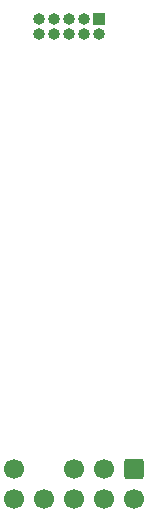
<source format=gbr>
G04 #@! TF.GenerationSoftware,KiCad,Pcbnew,(6.0.0-0)*
G04 #@! TF.CreationDate,2022-01-14T23:12:18+01:00*
G04 #@! TF.ProjectId,JTAG-MINI-ADAPTER,4a544147-2d4d-4494-9e49-2d4144415054,rev?*
G04 #@! TF.SameCoordinates,Original*
G04 #@! TF.FileFunction,Soldermask,Bot*
G04 #@! TF.FilePolarity,Negative*
%FSLAX46Y46*%
G04 Gerber Fmt 4.6, Leading zero omitted, Abs format (unit mm)*
G04 Created by KiCad (PCBNEW (6.0.0-0)) date 2022-01-14 23:12:18*
%MOMM*%
%LPD*%
G01*
G04 APERTURE LIST*
G04 Aperture macros list*
%AMRoundRect*
0 Rectangle with rounded corners*
0 $1 Rounding radius*
0 $2 $3 $4 $5 $6 $7 $8 $9 X,Y pos of 4 corners*
0 Add a 4 corners polygon primitive as box body*
4,1,4,$2,$3,$4,$5,$6,$7,$8,$9,$2,$3,0*
0 Add four circle primitives for the rounded corners*
1,1,$1+$1,$2,$3*
1,1,$1+$1,$4,$5*
1,1,$1+$1,$6,$7*
1,1,$1+$1,$8,$9*
0 Add four rect primitives between the rounded corners*
20,1,$1+$1,$2,$3,$4,$5,0*
20,1,$1+$1,$4,$5,$6,$7,0*
20,1,$1+$1,$6,$7,$8,$9,0*
20,1,$1+$1,$8,$9,$2,$3,0*%
G04 Aperture macros list end*
%ADD10RoundRect,0.250000X-0.600000X0.600000X-0.600000X-0.600000X0.600000X-0.600000X0.600000X0.600000X0*%
%ADD11C,1.700000*%
%ADD12R,1.000000X1.000000*%
%ADD13O,1.000000X1.000000*%
G04 APERTURE END LIST*
D10*
G04 #@! TO.C,J12*
X109500000Y-136830000D03*
D11*
X109500000Y-139370000D03*
X106960000Y-136830000D03*
X106960000Y-139370000D03*
X104420000Y-136830000D03*
X104420000Y-139370000D03*
X101880000Y-139370000D03*
X99340000Y-136830000D03*
X99340000Y-139370000D03*
G04 #@! TD*
D12*
G04 #@! TO.C,J1*
X106580000Y-98730000D03*
D13*
X106580000Y-100000000D03*
X105310000Y-98730000D03*
X105310000Y-100000000D03*
X104040000Y-98730000D03*
X104040000Y-100000000D03*
X102770000Y-98730000D03*
X102770000Y-100000000D03*
X101500000Y-98730000D03*
X101500000Y-100000000D03*
G04 #@! TD*
M02*

</source>
